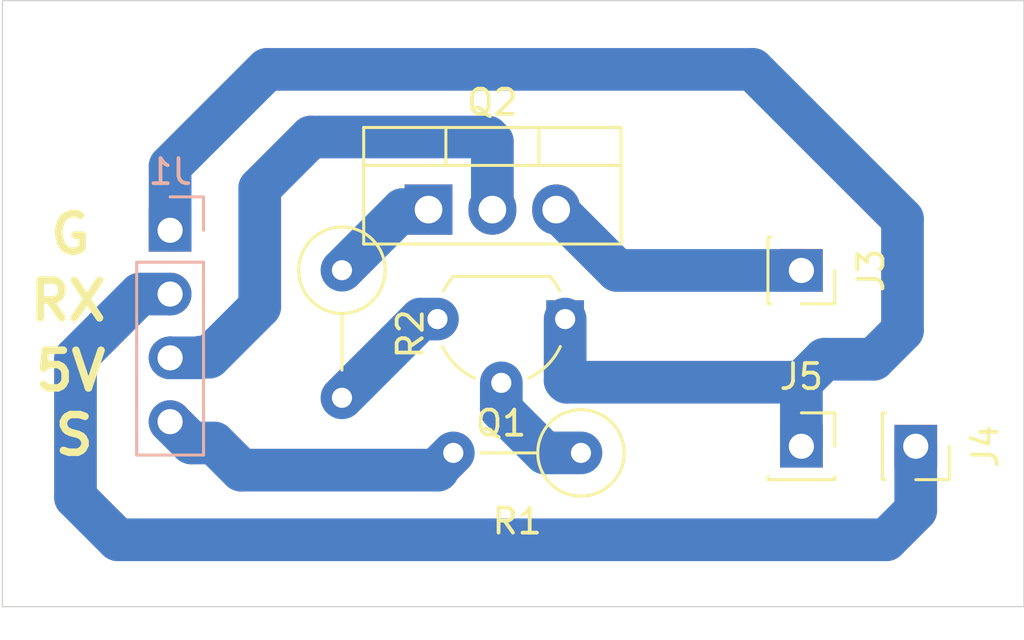
<source format=kicad_pcb>
(kicad_pcb (version 20171130) (host pcbnew 5.0.2-bee76a0~70~ubuntu18.04.1)

  (general
    (thickness 1.6)
    (drawings 10)
    (tracks 44)
    (zones 0)
    (modules 8)
    (nets 9)
  )

  (page A4)
  (layers
    (0 Top signal)
    (1 Route2 signal)
    (2 Route15 signal)
    (31 Bottom signal)
    (32 B.Adhes user)
    (33 F.Adhes user)
    (34 B.Paste user)
    (35 F.Paste user)
    (36 B.SilkS user)
    (37 F.SilkS user)
    (38 B.Mask user)
    (39 F.Mask user)
    (40 Dwgs.User user)
    (41 Cmts.User user)
    (42 Eco1.User user)
    (43 Eco2.User user)
    (44 Edge.Cuts user)
    (45 Margin user)
    (46 B.CrtYd user)
    (47 F.CrtYd user)
    (48 B.Fab user)
    (49 F.Fab user)
  )

  (setup
    (last_trace_width 1.7)
    (user_trace_width 1.7)
    (user_trace_width 3)
    (trace_clearance 0.2)
    (zone_clearance 0.508)
    (zone_45_only no)
    (trace_min 0.2)
    (segment_width 0.2)
    (edge_width 0.05)
    (via_size 0.8)
    (via_drill 0.4)
    (via_min_size 0.4)
    (via_min_drill 0.3)
    (user_via 3 1.5)
    (uvia_size 0.3)
    (uvia_drill 0.1)
    (uvias_allowed no)
    (uvia_min_size 0.2)
    (uvia_min_drill 0.1)
    (pcb_text_width 0.3)
    (pcb_text_size 1.5 1.5)
    (mod_edge_width 0.12)
    (mod_text_size 1 1)
    (mod_text_width 0.15)
    (pad_size 1.524 1.524)
    (pad_drill 0.762)
    (pad_to_mask_clearance 0.051)
    (solder_mask_min_width 0.25)
    (aux_axis_origin 24.16048 59.5884)
    (visible_elements FFFDFF7F)
    (pcbplotparams
      (layerselection 0x01000_fffffff8)
      (usegerberextensions false)
      (usegerberattributes false)
      (usegerberadvancedattributes false)
      (creategerberjobfile false)
      (excludeedgelayer true)
      (linewidth 0.100000)
      (plotframeref false)
      (viasonmask false)
      (mode 1)
      (useauxorigin true)
      (hpglpennumber 1)
      (hpglpenspeed 20)
      (hpglpendiameter 15.000000)
      (psnegative false)
      (psa4output false)
      (plotreference false)
      (plotvalue false)
      (plotinvisibletext false)
      (padsonsilk false)
      (subtractmaskfromsilk false)
      (outputformat 1)
      (mirror false)
      (drillshape 0)
      (scaleselection 1)
      (outputdirectory "mill_v"))
  )

  (net 0 "")
  (net 1 GND)
  (net 2 DECAGON_SWITCH)
  (net 3 "Net-(Q1-Pad2)")
  (net 4 "Net-(Q1-Pad3)")
  (net 5 5V_SWITCHED)
  (net 6 "Net-(Q2-Pad1)")
  (net 7 RX)
  (net 8 5V)

  (net_class Default "This is the default net class."
    (clearance 0.2)
    (trace_width 0.25)
    (via_dia 0.8)
    (via_drill 0.4)
    (uvia_dia 0.3)
    (uvia_drill 0.1)
    (add_net 5V)
    (add_net 5V_SWITCHED)
    (add_net DECAGON_SWITCH)
    (add_net GND)
    (add_net "Net-(Q1-Pad2)")
    (add_net "Net-(Q1-Pad3)")
    (add_net "Net-(Q2-Pad1)")
    (add_net RX)
  )

  (module Connector_PinSocket_2.54mm:PinSocket_1x01_P2.54mm_Vertical (layer Top) (tedit 5A19A434) (tstamp 5DBCB742)
    (at 60.466428 53.304106 270)
    (descr "Through hole straight socket strip, 1x01, 2.54mm pitch, single row (from Kicad 4.0.7), script generated")
    (tags "Through hole socket strip THT 1x01 2.54mm single row")
    (path /5DC22EEB)
    (fp_text reference J4 (at 0 -2.77 90) (layer F.SilkS)
      (effects (font (size 1 1) (thickness 0.15)))
    )
    (fp_text value Conn_01x01_Female (at 0 2.77 90) (layer F.Fab)
      (effects (font (size 1 1) (thickness 0.15)))
    )
    (fp_text user %R (at 0 0 90) (layer F.Fab)
      (effects (font (size 1 1) (thickness 0.15)))
    )
    (fp_line (start -1.8 1.75) (end -1.8 -1.8) (layer F.CrtYd) (width 0.05))
    (fp_line (start 1.75 1.75) (end -1.8 1.75) (layer F.CrtYd) (width 0.05))
    (fp_line (start 1.75 -1.8) (end 1.75 1.75) (layer F.CrtYd) (width 0.05))
    (fp_line (start -1.8 -1.8) (end 1.75 -1.8) (layer F.CrtYd) (width 0.05))
    (fp_line (start 0 -1.33) (end 1.33 -1.33) (layer F.SilkS) (width 0.12))
    (fp_line (start 1.33 -1.33) (end 1.33 0) (layer F.SilkS) (width 0.12))
    (fp_line (start 1.33 1.21) (end 1.33 1.33) (layer F.SilkS) (width 0.12))
    (fp_line (start -1.33 1.21) (end -1.33 1.33) (layer F.SilkS) (width 0.12))
    (fp_line (start -1.33 1.33) (end 1.33 1.33) (layer F.SilkS) (width 0.12))
    (fp_line (start -1.27 1.27) (end -1.27 -1.27) (layer F.Fab) (width 0.1))
    (fp_line (start 1.27 1.27) (end -1.27 1.27) (layer F.Fab) (width 0.1))
    (fp_line (start 1.27 -0.635) (end 1.27 1.27) (layer F.Fab) (width 0.1))
    (fp_line (start 0.635 -1.27) (end 1.27 -0.635) (layer F.Fab) (width 0.1))
    (fp_line (start -1.27 -1.27) (end 0.635 -1.27) (layer F.Fab) (width 0.1))
    (pad 1 thru_hole rect (at 0 0 270) (size 1.7 1.7) (drill 1) (layers *.Cu *.Mask)
      (net 7 RX))
    (model ${KISYS3DMOD}/Connector_PinSocket_2.54mm.3dshapes/PinSocket_1x01_P2.54mm_Vertical.wrl
      (at (xyz 0 0 0))
      (scale (xyz 1 1 1))
      (rotate (xyz 0 0 0))
    )
  )

  (module Connector_PinSocket_2.54mm:PinSocket_1x01_P2.54mm_Vertical (layer Top) (tedit 5A19A434) (tstamp 5DBCB709)
    (at 55.916428 46.304106 270)
    (descr "Through hole straight socket strip, 1x01, 2.54mm pitch, single row (from Kicad 4.0.7), script generated")
    (tags "Through hole socket strip THT 1x01 2.54mm single row")
    (path /5DC21FF1)
    (fp_text reference J3 (at 0 -2.77 90) (layer F.SilkS)
      (effects (font (size 1 1) (thickness 0.15)))
    )
    (fp_text value Conn_01x01_Female (at 0 2.77 90) (layer F.Fab)
      (effects (font (size 1 1) (thickness 0.15)))
    )
    (fp_line (start -1.27 -1.27) (end 0.635 -1.27) (layer F.Fab) (width 0.1))
    (fp_line (start 0.635 -1.27) (end 1.27 -0.635) (layer F.Fab) (width 0.1))
    (fp_line (start 1.27 -0.635) (end 1.27 1.27) (layer F.Fab) (width 0.1))
    (fp_line (start 1.27 1.27) (end -1.27 1.27) (layer F.Fab) (width 0.1))
    (fp_line (start -1.27 1.27) (end -1.27 -1.27) (layer F.Fab) (width 0.1))
    (fp_line (start -1.33 1.33) (end 1.33 1.33) (layer F.SilkS) (width 0.12))
    (fp_line (start -1.33 1.21) (end -1.33 1.33) (layer F.SilkS) (width 0.12))
    (fp_line (start 1.33 1.21) (end 1.33 1.33) (layer F.SilkS) (width 0.12))
    (fp_line (start 1.33 -1.33) (end 1.33 0) (layer F.SilkS) (width 0.12))
    (fp_line (start 0 -1.33) (end 1.33 -1.33) (layer F.SilkS) (width 0.12))
    (fp_line (start -1.8 -1.8) (end 1.75 -1.8) (layer F.CrtYd) (width 0.05))
    (fp_line (start 1.75 -1.8) (end 1.75 1.75) (layer F.CrtYd) (width 0.05))
    (fp_line (start 1.75 1.75) (end -1.8 1.75) (layer F.CrtYd) (width 0.05))
    (fp_line (start -1.8 1.75) (end -1.8 -1.8) (layer F.CrtYd) (width 0.05))
    (fp_text user %R (at 0 0 90) (layer F.Fab)
      (effects (font (size 1 1) (thickness 0.15)))
    )
    (pad 1 thru_hole rect (at 0 0 270) (size 1.7 1.7) (drill 1) (layers *.Cu *.Mask)
      (net 5 5V_SWITCHED))
    (model ${KISYS3DMOD}/Connector_PinSocket_2.54mm.3dshapes/PinSocket_1x01_P2.54mm_Vertical.wrl
      (at (xyz 0 0 0))
      (scale (xyz 1 1 1))
      (rotate (xyz 0 0 0))
    )
  )

  (module Resistor_THT:R_Axial_DIN0309_L9.0mm_D3.2mm_P5.08mm_Vertical (layer Top) (tedit 5AE5139B) (tstamp 5DBCB0AE)
    (at 47.14748 53.5686 180)
    (descr "Resistor, Axial_DIN0309 series, Axial, Vertical, pin pitch=5.08mm, 0.5W = 1/2W, length*diameter=9*3.2mm^2, http://cdn-reichelt.de/documents/datenblatt/B400/1_4W%23YAG.pdf")
    (tags "Resistor Axial_DIN0309 series Axial Vertical pin pitch 5.08mm 0.5W = 1/2W length 9mm diameter 3.2mm")
    (path /5DBE8137)
    (fp_text reference R1 (at 2.54 -2.72) (layer F.SilkS)
      (effects (font (size 1 1) (thickness 0.15)))
    )
    (fp_text value R (at 2.54 2.72) (layer F.Fab)
      (effects (font (size 1 1) (thickness 0.15)))
    )
    (fp_circle (center 0 0) (end 1.6 0) (layer F.Fab) (width 0.1))
    (fp_circle (center 0 0) (end 1.72 0) (layer F.SilkS) (width 0.12))
    (fp_line (start 0 0) (end 5.08 0) (layer F.Fab) (width 0.1))
    (fp_line (start 1.72 0) (end 3.98 0) (layer F.SilkS) (width 0.12))
    (fp_line (start -1.85 -1.85) (end -1.85 1.85) (layer F.CrtYd) (width 0.05))
    (fp_line (start -1.85 1.85) (end 6.13 1.85) (layer F.CrtYd) (width 0.05))
    (fp_line (start 6.13 1.85) (end 6.13 -1.85) (layer F.CrtYd) (width 0.05))
    (fp_line (start 6.13 -1.85) (end -1.85 -1.85) (layer F.CrtYd) (width 0.05))
    (fp_text user %R (at 2.54 -2.72) (layer F.Fab)
      (effects (font (size 1 1) (thickness 0.15)))
    )
    (pad 1 thru_hole circle (at 0 0 180) (size 1.6 1.6) (drill 0.8) (layers *.Cu *.Mask)
      (net 3 "Net-(Q1-Pad2)"))
    (pad 2 thru_hole oval (at 5.08 0 180) (size 1.6 1.6) (drill 0.8) (layers *.Cu *.Mask)
      (net 2 DECAGON_SWITCH))
    (model ${KISYS3DMOD}/Resistor_THT.3dshapes/R_Axial_DIN0309_L9.0mm_D3.2mm_P5.08mm_Vertical.wrl
      (at (xyz 0 0 0))
      (scale (xyz 1 1 1))
      (rotate (xyz 0 0 0))
    )
  )

  (module Resistor_THT:R_Axial_DIN0309_L9.0mm_D3.2mm_P5.08mm_Vertical (layer Top) (tedit 5AE5139B) (tstamp 5DBCB0BD)
    (at 37.63772 46.29404 270)
    (descr "Resistor, Axial_DIN0309 series, Axial, Vertical, pin pitch=5.08mm, 0.5W = 1/2W, length*diameter=9*3.2mm^2, http://cdn-reichelt.de/documents/datenblatt/B400/1_4W%23YAG.pdf")
    (tags "Resistor Axial_DIN0309 series Axial Vertical pin pitch 5.08mm 0.5W = 1/2W length 9mm diameter 3.2mm")
    (path /5DBE1A2E)
    (fp_text reference R2 (at 2.54 -2.72 90) (layer F.SilkS)
      (effects (font (size 1 1) (thickness 0.15)))
    )
    (fp_text value R (at 2.54 2.72 90) (layer F.Fab)
      (effects (font (size 1 1) (thickness 0.15)))
    )
    (fp_circle (center 0 0) (end 1.6 0) (layer F.Fab) (width 0.1))
    (fp_circle (center 0 0) (end 1.72 0) (layer F.SilkS) (width 0.12))
    (fp_line (start 0 0) (end 5.08 0) (layer F.Fab) (width 0.1))
    (fp_line (start 1.72 0) (end 3.98 0) (layer F.SilkS) (width 0.12))
    (fp_line (start -1.85 -1.85) (end -1.85 1.85) (layer F.CrtYd) (width 0.05))
    (fp_line (start -1.85 1.85) (end 6.13 1.85) (layer F.CrtYd) (width 0.05))
    (fp_line (start 6.13 1.85) (end 6.13 -1.85) (layer F.CrtYd) (width 0.05))
    (fp_line (start 6.13 -1.85) (end -1.85 -1.85) (layer F.CrtYd) (width 0.05))
    (fp_text user %R (at 2.54 -2.72 90) (layer F.Fab)
      (effects (font (size 1 1) (thickness 0.15)))
    )
    (pad 1 thru_hole circle (at 0 0 270) (size 1.6 1.6) (drill 0.8) (layers *.Cu *.Mask)
      (net 6 "Net-(Q2-Pad1)"))
    (pad 2 thru_hole oval (at 5.08 0 270) (size 1.6 1.6) (drill 0.8) (layers *.Cu *.Mask)
      (net 4 "Net-(Q1-Pad3)"))
    (model ${KISYS3DMOD}/Resistor_THT.3dshapes/R_Axial_DIN0309_L9.0mm_D3.2mm_P5.08mm_Vertical.wrl
      (at (xyz 0 0 0))
      (scale (xyz 1 1 1))
      (rotate (xyz 0 0 0))
    )
  )

  (module Connector_PinSocket_2.54mm:PinSocket_1x01_P2.54mm_Vertical (layer Top) (tedit 5A19A434) (tstamp 5DBCB77B)
    (at 55.916428 53.304106)
    (descr "Through hole straight socket strip, 1x01, 2.54mm pitch, single row (from Kicad 4.0.7), script generated")
    (tags "Through hole socket strip THT 1x01 2.54mm single row")
    (path /5DC2371B)
    (fp_text reference J5 (at 0 -2.77 -180) (layer F.SilkS)
      (effects (font (size 1 1) (thickness 0.15)))
    )
    (fp_text value Conn_01x01_Female (at 0 2.77 -180) (layer F.Fab)
      (effects (font (size 1 1) (thickness 0.15)))
    )
    (fp_line (start -1.27 -1.27) (end 0.635 -1.27) (layer F.Fab) (width 0.1))
    (fp_line (start 0.635 -1.27) (end 1.27 -0.635) (layer F.Fab) (width 0.1))
    (fp_line (start 1.27 -0.635) (end 1.27 1.27) (layer F.Fab) (width 0.1))
    (fp_line (start 1.27 1.27) (end -1.27 1.27) (layer F.Fab) (width 0.1))
    (fp_line (start -1.27 1.27) (end -1.27 -1.27) (layer F.Fab) (width 0.1))
    (fp_line (start -1.33 1.33) (end 1.33 1.33) (layer F.SilkS) (width 0.12))
    (fp_line (start -1.33 1.21) (end -1.33 1.33) (layer F.SilkS) (width 0.12))
    (fp_line (start 1.33 1.21) (end 1.33 1.33) (layer F.SilkS) (width 0.12))
    (fp_line (start 1.33 -1.33) (end 1.33 0) (layer F.SilkS) (width 0.12))
    (fp_line (start 0 -1.33) (end 1.33 -1.33) (layer F.SilkS) (width 0.12))
    (fp_line (start -1.8 -1.8) (end 1.75 -1.8) (layer F.CrtYd) (width 0.05))
    (fp_line (start 1.75 -1.8) (end 1.75 1.75) (layer F.CrtYd) (width 0.05))
    (fp_line (start 1.75 1.75) (end -1.8 1.75) (layer F.CrtYd) (width 0.05))
    (fp_line (start -1.8 1.75) (end -1.8 -1.8) (layer F.CrtYd) (width 0.05))
    (fp_text user %R (at 0 0 -180) (layer F.Fab)
      (effects (font (size 1 1) (thickness 0.15)))
    )
    (pad 1 thru_hole rect (at 0 0) (size 1.7 1.7) (drill 1) (layers *.Cu *.Mask)
      (net 1 GND))
    (model ${KISYS3DMOD}/Connector_PinSocket_2.54mm.3dshapes/PinSocket_1x01_P2.54mm_Vertical.wrl
      (at (xyz 0 0 0))
      (scale (xyz 1 1 1))
      (rotate (xyz 0 0 0))
    )
  )

  (module Connector_PinHeader_2.54mm:PinHeader_1x04_P2.54mm_Vertical (layer Bottom) (tedit 59FED5CC) (tstamp 5DCBECE8)
    (at 30.80004 44.704 180)
    (descr "Through hole straight pin header, 1x04, 2.54mm pitch, single row")
    (tags "Through hole pin header THT 1x04 2.54mm single row")
    (path /5DBF644C)
    (fp_text reference J1 (at 0 2.33 180) (layer B.SilkS)
      (effects (font (size 1 1) (thickness 0.15)) (justify mirror))
    )
    (fp_text value Conn_01x04_Male (at 0 -9.95 180) (layer B.Fab)
      (effects (font (size 1 1) (thickness 0.15)) (justify mirror))
    )
    (fp_line (start -0.635 1.27) (end 1.27 1.27) (layer B.Fab) (width 0.1))
    (fp_line (start 1.27 1.27) (end 1.27 -8.89) (layer B.Fab) (width 0.1))
    (fp_line (start 1.27 -8.89) (end -1.27 -8.89) (layer B.Fab) (width 0.1))
    (fp_line (start -1.27 -8.89) (end -1.27 0.635) (layer B.Fab) (width 0.1))
    (fp_line (start -1.27 0.635) (end -0.635 1.27) (layer B.Fab) (width 0.1))
    (fp_line (start -1.33 -8.95) (end 1.33 -8.95) (layer B.SilkS) (width 0.12))
    (fp_line (start -1.33 -1.27) (end -1.33 -8.95) (layer B.SilkS) (width 0.12))
    (fp_line (start 1.33 -1.27) (end 1.33 -8.95) (layer B.SilkS) (width 0.12))
    (fp_line (start -1.33 -1.27) (end 1.33 -1.27) (layer B.SilkS) (width 0.12))
    (fp_line (start -1.33 0) (end -1.33 1.33) (layer B.SilkS) (width 0.12))
    (fp_line (start -1.33 1.33) (end 0 1.33) (layer B.SilkS) (width 0.12))
    (fp_line (start -1.8 1.8) (end -1.8 -9.4) (layer B.CrtYd) (width 0.05))
    (fp_line (start -1.8 -9.4) (end 1.8 -9.4) (layer B.CrtYd) (width 0.05))
    (fp_line (start 1.8 -9.4) (end 1.8 1.8) (layer B.CrtYd) (width 0.05))
    (fp_line (start 1.8 1.8) (end -1.8 1.8) (layer B.CrtYd) (width 0.05))
    (fp_text user %R (at 0 -3.81 90) (layer B.Fab)
      (effects (font (size 1 1) (thickness 0.15)) (justify mirror))
    )
    (pad 1 thru_hole rect (at 0 0 180) (size 1.7 1.7) (drill 1) (layers *.Cu *.Mask)
      (net 1 GND))
    (pad 2 thru_hole oval (at 0 -2.54 180) (size 1.7 1.7) (drill 1) (layers *.Cu *.Mask)
      (net 7 RX))
    (pad 3 thru_hole oval (at 0 -5.08 180) (size 1.7 1.7) (drill 1) (layers *.Cu *.Mask)
      (net 8 5V))
    (pad 4 thru_hole oval (at 0 -7.62 180) (size 1.7 1.7) (drill 1) (layers *.Cu *.Mask)
      (net 2 DECAGON_SWITCH))
    (model ${KISYS3DMOD}/Connector_PinHeader_2.54mm.3dshapes/PinHeader_1x04_P2.54mm_Vertical.wrl
      (at (xyz 0 0 0))
      (scale (xyz 1 1 1))
      (rotate (xyz 0 0 0))
    )
  )

  (module Package_TO_SOT_THT:TO-220-3_Vertical (layer Top) (tedit 5AC8BA0D) (tstamp 5DCBED10)
    (at 41.08196 43.88104)
    (descr "TO-220-3, Vertical, RM 2.54mm, see https://www.vishay.com/docs/66542/to-220-1.pdf")
    (tags "TO-220-3 Vertical RM 2.54mm")
    (path /5DBE12A5)
    (fp_text reference Q2 (at 2.54 -4.27) (layer F.SilkS)
      (effects (font (size 1 1) (thickness 0.15)))
    )
    (fp_text value Q_PNP_BCE (at 2.54 2.5) (layer F.Fab)
      (effects (font (size 1 1) (thickness 0.15)))
    )
    (fp_line (start -2.46 -3.15) (end -2.46 1.25) (layer F.Fab) (width 0.1))
    (fp_line (start -2.46 1.25) (end 7.54 1.25) (layer F.Fab) (width 0.1))
    (fp_line (start 7.54 1.25) (end 7.54 -3.15) (layer F.Fab) (width 0.1))
    (fp_line (start 7.54 -3.15) (end -2.46 -3.15) (layer F.Fab) (width 0.1))
    (fp_line (start -2.46 -1.88) (end 7.54 -1.88) (layer F.Fab) (width 0.1))
    (fp_line (start 0.69 -3.15) (end 0.69 -1.88) (layer F.Fab) (width 0.1))
    (fp_line (start 4.39 -3.15) (end 4.39 -1.88) (layer F.Fab) (width 0.1))
    (fp_line (start -2.58 -3.27) (end 7.66 -3.27) (layer F.SilkS) (width 0.12))
    (fp_line (start -2.58 1.371) (end 7.66 1.371) (layer F.SilkS) (width 0.12))
    (fp_line (start -2.58 -3.27) (end -2.58 1.371) (layer F.SilkS) (width 0.12))
    (fp_line (start 7.66 -3.27) (end 7.66 1.371) (layer F.SilkS) (width 0.12))
    (fp_line (start -2.58 -1.76) (end 7.66 -1.76) (layer F.SilkS) (width 0.12))
    (fp_line (start 0.69 -3.27) (end 0.69 -1.76) (layer F.SilkS) (width 0.12))
    (fp_line (start 4.391 -3.27) (end 4.391 -1.76) (layer F.SilkS) (width 0.12))
    (fp_line (start -2.71 -3.4) (end -2.71 1.51) (layer F.CrtYd) (width 0.05))
    (fp_line (start -2.71 1.51) (end 7.79 1.51) (layer F.CrtYd) (width 0.05))
    (fp_line (start 7.79 1.51) (end 7.79 -3.4) (layer F.CrtYd) (width 0.05))
    (fp_line (start 7.79 -3.4) (end -2.71 -3.4) (layer F.CrtYd) (width 0.05))
    (fp_text user %R (at 2.54 -4.27) (layer F.Fab)
      (effects (font (size 1 1) (thickness 0.15)))
    )
    (pad 1 thru_hole rect (at 0 0) (size 1.905 2) (drill 1.1) (layers *.Cu *.Mask)
      (net 6 "Net-(Q2-Pad1)"))
    (pad 2 thru_hole oval (at 2.54 0) (size 1.905 2) (drill 1.1) (layers *.Cu *.Mask)
      (net 8 5V))
    (pad 3 thru_hole oval (at 5.08 0) (size 1.905 2) (drill 1.1) (layers *.Cu *.Mask)
      (net 5 5V_SWITCHED))
    (model ${KISYS3DMOD}/Package_TO_SOT_THT.3dshapes/TO-220-3_Vertical.wrl
      (at (xyz 0 0 0))
      (scale (xyz 1 1 1))
      (rotate (xyz 0 0 0))
    )
  )

  (module Package_TO_SOT_THT:TO-92L_Wide (layer Top) (tedit 5A152D5B) (tstamp 5DD624C4)
    (at 46.51756 48.23968 180)
    (descr "TO-92L leads in-line (large body variant of TO-92), also known as TO-226, wide, drill 0.75mm (see https://www.diodes.com/assets/Package-Files/TO92L.pdf and http://www.ti.com/lit/an/snoa059/snoa059.pdf)")
    (tags "TO-92L Molded Wide transistor")
    (path /5DBE059E)
    (fp_text reference Q1 (at 2.55 -4.15 180) (layer F.SilkS)
      (effects (font (size 1 1) (thickness 0.15)))
    )
    (fp_text value Q_NPN_EBC (at 2.54 2.79 180) (layer F.Fab)
      (effects (font (size 1 1) (thickness 0.15)))
    )
    (fp_line (start -1 -3.55) (end -1 1.85) (layer B.CrtYd) (width 0.05))
    (fp_line (start 6.1 -3.55) (end -1 -3.55) (layer B.CrtYd) (width 0.05))
    (fp_line (start 6.1 1.85) (end 6.1 -3.55) (layer B.CrtYd) (width 0.05))
    (fp_line (start -1 1.85) (end 6.1 1.85) (layer B.CrtYd) (width 0.05))
    (fp_text user %R (at 2.55 0.05 180) (layer F.Fab)
      (effects (font (size 1 1) (thickness 0.15)))
    )
    (fp_line (start 0.6 1.7) (end 4.45 1.7) (layer F.SilkS) (width 0.12))
    (fp_line (start 0.65 1.6) (end 4.4 1.6) (layer F.Fab) (width 0.1))
    (fp_arc (start 2.54 0) (end 0.6 1.7) (angle 15.44288892) (layer F.SilkS) (width 0.12))
    (fp_arc (start 2.54 0) (end 1.45 -2.35) (angle -40.11670855) (layer F.SilkS) (width 0.12))
    (fp_arc (start 2.54 0) (end 3.6 -2.35) (angle 40.72153779) (layer F.SilkS) (width 0.12))
    (fp_arc (start 2.54 0) (end 2.54 -2.48) (angle 129.9527847) (layer F.Fab) (width 0.1))
    (fp_arc (start 2.54 0) (end 2.54 -2.48) (angle -130.2499344) (layer F.Fab) (width 0.1))
    (fp_arc (start 2.54 0) (end 4.45 1.7) (angle -15.88591585) (layer F.SilkS) (width 0.12))
    (pad 2 thru_hole circle (at 2.54 -2.54 270) (size 1.5 1.5) (drill 0.8) (layers *.Cu *.Mask)
      (net 3 "Net-(Q1-Pad2)"))
    (pad 3 thru_hole circle (at 5.08 0 270) (size 1.5 1.5) (drill 0.8) (layers *.Cu *.Mask)
      (net 4 "Net-(Q1-Pad3)"))
    (pad 1 thru_hole rect (at 0 0 270) (size 1.5 1.5) (drill 0.8) (layers *.Cu *.Mask)
      (net 1 GND))
    (model ${KISYS3DMOD}/Package_TO_SOT_THT.3dshapes/TO-92L_Wide.wrl
      (at (xyz 0 0 0))
      (scale (xyz 1 1 1))
      (rotate (xyz 0 0 0))
    )
  )

  (gr_line (start 63.5 35.56) (end 24.13 35.56) (layer Edge.Cuts) (width 0.05))
  (gr_line (start 64.77 59.69) (end 64.77 35.56) (layer Edge.Cuts) (width 0.05))
  (gr_line (start 64.77 35.56) (end 63.5 35.56) (layer Edge.Cuts) (width 0.05))
  (gr_line (start 24.13 59.69) (end 63.5 59.69) (layer Edge.Cuts) (width 0.05))
  (gr_line (start 63.5 59.69) (end 64.77 59.69) (layer Edge.Cuts) (width 0.05))
  (gr_line (start 24.13 35.56) (end 24.13 59.69) (layer Edge.Cuts) (width 0.05))
  (gr_text S (at 26.98496 52.86248) (layer F.SilkS) (tstamp 5DD6258F)
    (effects (font (size 1.5 1.5) (thickness 0.3)))
  )
  (gr_text 5V (at 26.83764 50.30216) (layer F.SilkS) (tstamp 5DD6258C)
    (effects (font (size 1.5 1.5) (thickness 0.3)))
  )
  (gr_text RX (at 26.74112 47.51324) (layer F.SilkS) (tstamp 5DD62584)
    (effects (font (size 1.5 1.5) (thickness 0.3)))
  )
  (gr_text G (at 26.83764 44.86148) (layer F.SilkS)
    (effects (font (size 1.5 1.5) (thickness 0.3)))
  )

  (segment (start 30.80004 42.154) (end 30.80004 44.704) (width 1.7) (layer Bottom) (net 1) (status 20))
  (segment (start 53.98008 38.29812) (end 34.65592 38.29812) (width 1.7) (layer Bottom) (net 1))
  (segment (start 55.916428 53.304106) (end 55.916428 50.754106) (width 1.7) (layer Bottom) (net 1) (status 10))
  (segment (start 55.916428 50.754106) (end 56.830654 49.83988) (width 1.7) (layer Bottom) (net 1))
  (segment (start 56.830654 49.83988) (end 58.79084 49.83988) (width 1.7) (layer Bottom) (net 1))
  (segment (start 34.65592 38.29812) (end 30.80004 42.154) (width 1.7) (layer Bottom) (net 1))
  (segment (start 59.93892 48.6918) (end 59.93892 44.25696) (width 1.7) (layer Bottom) (net 1))
  (segment (start 59.93892 44.25696) (end 53.98008 38.29812) (width 1.7) (layer Bottom) (net 1))
  (segment (start 58.79084 49.83988) (end 59.93892 48.6918) (width 1.7) (layer Bottom) (net 1))
  (segment (start 46.51756 50.68968) (end 46.51756 48.23968) (width 1.7) (layer Bottom) (net 1))
  (segment (start 46.581986 50.754106) (end 46.51756 50.68968) (width 1.7) (layer Bottom) (net 1))
  (segment (start 55.916428 50.754106) (end 46.581986 50.754106) (width 1.7) (layer Bottom) (net 1))
  (segment (start 41.44772 54.18836) (end 42.06748 53.5686) (width 1.7) (layer Bottom) (net 2))
  (segment (start 41.44772 54.2544) (end 41.44772 54.18836) (width 1.7) (layer Bottom) (net 2))
  (segment (start 33.6296 54.2544) (end 41.44772 54.2544) (width 1.7) (layer Bottom) (net 2))
  (segment (start 32.549199 53.173999) (end 33.6296 54.2544) (width 1.7) (layer Bottom) (net 2))
  (segment (start 30.80004 52.324) (end 31.650039 53.173999) (width 1.7) (layer Bottom) (net 2))
  (segment (start 31.650039 53.173999) (end 32.549199 53.173999) (width 1.7) (layer Bottom) (net 2))
  (segment (start 43.97756 51.84034) (end 45.70582 53.5686) (width 1.7) (layer Bottom) (net 3))
  (segment (start 46.01611 53.5686) (end 47.14748 53.5686) (width 1.7) (layer Bottom) (net 3))
  (segment (start 45.70582 53.5686) (end 46.01611 53.5686) (width 1.7) (layer Bottom) (net 3))
  (segment (start 43.97756 50.77968) (end 43.97756 51.84034) (width 1.7) (layer Bottom) (net 3))
  (segment (start 40.77208 48.23968) (end 37.63772 51.37404) (width 1.7) (layer Bottom) (net 4))
  (segment (start 41.43756 48.23968) (end 40.77208 48.23968) (width 1.7) (layer Bottom) (net 4))
  (segment (start 48.585026 46.304106) (end 46.16196 43.88104) (width 1.7) (layer Bottom) (net 5) (status 20))
  (segment (start 55.916428 46.304106) (end 48.585026 46.304106) (width 1.7) (layer Bottom) (net 5) (status 10))
  (segment (start 40.05072 43.88104) (end 37.63772 46.29404) (width 1.7) (layer Bottom) (net 6))
  (segment (start 41.08196 43.88104) (end 40.05072 43.88104) (width 1.7) (layer Bottom) (net 6))
  (segment (start 29.597959 47.244) (end 30.80004 47.244) (width 1.7) (layer Bottom) (net 7) (status 20))
  (segment (start 60.466428 53.304106) (end 60.466428 55.854106) (width 1.7) (layer Bottom) (net 7) (status 10))
  (segment (start 60.466428 55.854106) (end 59.292454 57.02808) (width 1.7) (layer Bottom) (net 7))
  (segment (start 59.292454 57.02808) (end 28.72232 57.02808) (width 1.7) (layer Bottom) (net 7))
  (segment (start 28.72232 57.02808) (end 27.03576 55.34152) (width 1.7) (layer Bottom) (net 7))
  (segment (start 27.03576 55.34152) (end 27.03576 49.806199) (width 1.7) (layer Bottom) (net 7))
  (segment (start 27.03576 49.806199) (end 29.597959 47.244) (width 1.7) (layer Bottom) (net 7))
  (segment (start 43.43144 40.99052) (end 43.62196 41.18104) (width 1.7) (layer Bottom) (net 8))
  (segment (start 36.40328 40.99052) (end 43.43144 40.99052) (width 1.7) (layer Bottom) (net 8))
  (segment (start 43.62196 41.18104) (end 43.62196 43.88104) (width 1.7) (layer Bottom) (net 8) (status 20))
  (segment (start 30.80004 49.784) (end 32.002121 49.784) (width 1.7) (layer Bottom) (net 8) (status 10))
  (segment (start 32.3596 49.75352) (end 34.3662 47.74692) (width 1.7) (layer Bottom) (net 8))
  (segment (start 32.002121 49.784) (end 32.032601 49.75352) (width 1.7) (layer Bottom) (net 8))
  (segment (start 34.3662 47.74692) (end 34.3662 43.0276) (width 1.7) (layer Bottom) (net 8))
  (segment (start 32.032601 49.75352) (end 32.3596 49.75352) (width 1.7) (layer Bottom) (net 8))
  (segment (start 34.3662 43.0276) (end 36.40328 40.99052) (width 1.7) (layer Bottom) (net 8))

)

</source>
